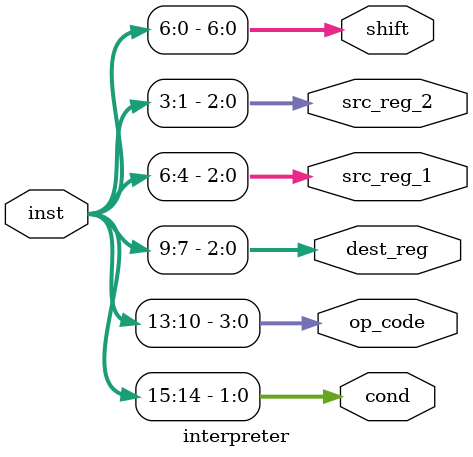
<source format=v>
module interpreter(
    inst,
    cond,
    op_code,
    dest_reg,
    src_reg_1,
    src_reg_2,
    shift
);

input[15:0] inst;
output[1:0] cond;
output[3:0] op_code;
output[2:0] dest_reg;
output[2:0] src_reg_1;
output[2:0] src_reg_2;
output[6:0] shift;

assign cond = inst[15:14];
assign op_code = inst[13:10];
assign dest_reg = inst[9:7];
assign src_reg_1 = inst[6:4];
assign src_reg_2 = inst[3:1];
assign shift = inst[6:0];

endmodule
</source>
